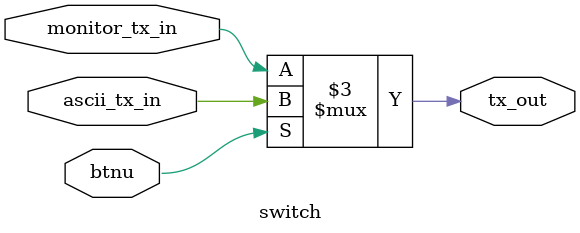
<source format=sv>
`timescale 1 ns / 1 ps

module switch(
    input logic btnu,
    input logic monitor_tx_in,
    input logic ascii_tx_in,
    
    output logic tx_out
);

always_comb begin: switch_blk
    if(btnu)begin
        tx_out = ascii_tx_in;
    end else begin
        tx_out = monitor_tx_in;
    end
end



endmodule
</source>
